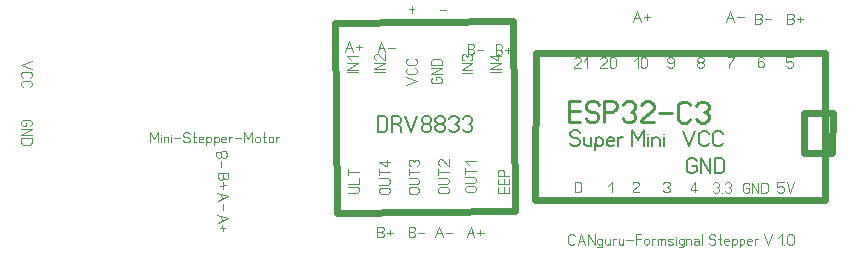
<source format=gbr>
%FSLAX34Y34*%
%MOMM*%
%LNSILK_TOP*%
G71*
G01*
%ADD10C,0.111*%
%ADD11C,0.600*%
%ADD12C,0.222*%
%ADD13C,0.167*%
%LPD*%
G54D10*
X286450Y104665D02*
X295325Y105146D01*
X295506Y101817D01*
X295023Y100456D01*
X293950Y99730D01*
X292840Y99670D01*
X291695Y100276D01*
X291068Y101577D01*
X290585Y100216D01*
X289512Y99490D01*
X288402Y99430D01*
X287257Y100035D01*
X286630Y101337D01*
X286450Y104665D01*
G54D10*
X290888Y104906D02*
X291068Y101577D01*
G54D10*
X290753Y97110D02*
X291042Y91784D01*
G54D10*
X293117Y94567D02*
X288679Y94327D01*
G54D10*
X284986Y122877D02*
X293862Y123358D01*
X294042Y120029D01*
X293559Y118668D01*
X292486Y117942D01*
X291376Y117882D01*
X290231Y118487D01*
X289604Y119789D01*
X289121Y118427D01*
X288048Y117702D01*
X286938Y117641D01*
X285793Y118247D01*
X285166Y119548D01*
X284986Y122877D01*
G54D10*
X289424Y123117D02*
X289604Y119789D01*
G54D10*
X289290Y115322D02*
X289578Y109996D01*
G54D10*
X286271Y88037D02*
X295327Y85189D01*
X286632Y81380D01*
G54D10*
X289672Y86886D02*
X289888Y82892D01*
G54D10*
X290647Y79150D02*
X290936Y73824D01*
G54D10*
X286160Y69762D02*
X295216Y66915D01*
X286520Y63106D01*
G54D10*
X289561Y68611D02*
X289777Y64617D01*
G54D10*
X290536Y60875D02*
X290824Y55549D01*
G54D10*
X292899Y58333D02*
X288461Y58092D01*
G54D10*
X588684Y46112D02*
X588017Y45001D01*
X586684Y44445D01*
X585350Y44445D01*
X584017Y45001D01*
X583350Y46112D01*
X583350Y51667D01*
X584017Y52778D01*
X585350Y53334D01*
X586684Y53334D01*
X588017Y52778D01*
X588684Y51667D01*
G54D10*
X591127Y44445D02*
X594461Y53334D01*
X597794Y44445D01*
G54D10*
X592461Y47778D02*
X596461Y47778D01*
G54D10*
X600238Y44445D02*
X600238Y53334D01*
X605572Y44445D01*
X605572Y53334D01*
G54D10*
X608015Y42778D02*
X609349Y42223D01*
X610282Y42223D01*
X611615Y42778D01*
X612015Y43890D01*
X612015Y49445D01*
G54D10*
X612015Y48001D02*
X611349Y49112D01*
X610015Y49445D01*
X608682Y49112D01*
X608015Y48001D01*
X608015Y45778D01*
X608682Y44667D01*
X610015Y44445D01*
X611349Y44667D01*
X612015Y45778D01*
G54D10*
X618459Y49445D02*
X618459Y44445D01*
G54D10*
X618459Y45556D02*
X617793Y44667D01*
X616459Y44445D01*
X615126Y44667D01*
X614459Y45556D01*
X614459Y49445D01*
G54D10*
X620903Y44445D02*
X620903Y49445D01*
G54D10*
X620903Y48334D02*
X622237Y49445D01*
X623570Y49445D01*
G54D10*
X630014Y49445D02*
X630014Y44445D01*
G54D10*
X630014Y45556D02*
X629348Y44667D01*
X628014Y44445D01*
X626681Y44667D01*
X626014Y45556D01*
X626014Y49445D01*
G54D10*
X632458Y48334D02*
X637792Y48334D01*
G54D10*
X640235Y44445D02*
X640235Y53334D01*
X644902Y53334D01*
G54D10*
X640235Y48890D02*
X644902Y48890D01*
G54D10*
X651346Y45778D02*
X651346Y48001D01*
X650680Y49112D01*
X649346Y49445D01*
X648013Y49112D01*
X647346Y48001D01*
X647346Y45778D01*
X648013Y44667D01*
X649346Y44445D01*
X650680Y44667D01*
X651346Y45778D01*
G54D10*
X653790Y44445D02*
X653790Y49445D01*
G54D10*
X653790Y48334D02*
X655124Y49445D01*
X656457Y49445D01*
G54D10*
X658901Y44445D02*
X658901Y49445D01*
G54D10*
X658901Y48556D02*
X660235Y49445D01*
X661568Y49112D01*
X662235Y48334D01*
X662235Y44445D01*
G54D10*
X662235Y48556D02*
X663568Y49445D01*
X664901Y49112D01*
X665568Y48334D01*
X665568Y44445D01*
G54D10*
X668012Y45001D02*
X669346Y44445D01*
X670679Y44445D01*
X672012Y45001D01*
X672012Y46112D01*
X671346Y46667D01*
X668679Y47223D01*
X668012Y47778D01*
X668012Y48890D01*
X669346Y49445D01*
X670679Y49445D01*
X672012Y48890D01*
G54D10*
X674456Y44445D02*
X674456Y49445D01*
G54D10*
X674456Y51112D02*
X674456Y51112D01*
G54D10*
X676900Y42778D02*
X678234Y42223D01*
X679167Y42223D01*
X680500Y42778D01*
X680900Y43890D01*
X680900Y49445D01*
G54D10*
X680900Y48001D02*
X680234Y49112D01*
X678900Y49445D01*
X677567Y49112D01*
X676900Y48001D01*
X676900Y45778D01*
X677567Y44667D01*
X678900Y44445D01*
X680234Y44667D01*
X680900Y45778D01*
G54D10*
X683344Y44445D02*
X683344Y49445D01*
G54D10*
X683344Y48334D02*
X684011Y49112D01*
X685344Y49445D01*
X686678Y49112D01*
X687344Y48334D01*
X687344Y44445D01*
G54D10*
X689788Y48890D02*
X691122Y49445D01*
X692722Y49445D01*
X693788Y48334D01*
X693788Y44445D01*
G54D10*
X693788Y46112D02*
X693122Y47223D01*
X691788Y47445D01*
X690455Y47223D01*
X689788Y46112D01*
X690055Y45001D01*
X691122Y44445D01*
X691788Y44445D01*
X692055Y44445D01*
X693122Y45001D01*
X693788Y46112D01*
G54D10*
X696232Y44445D02*
X696232Y53334D01*
G54D10*
X521772Y205068D02*
X521772Y213957D01*
X525106Y213957D01*
X526439Y213401D01*
X527106Y212290D01*
X527106Y211179D01*
X526439Y210068D01*
X525106Y209512D01*
X526439Y208957D01*
X527106Y207846D01*
X527106Y206735D01*
X526439Y205624D01*
X525106Y205068D01*
X521772Y205068D01*
G54D10*
X521772Y209512D02*
X525106Y209512D01*
G54D10*
X529549Y208957D02*
X534883Y208957D01*
G54D10*
X532216Y211179D02*
X532216Y206735D01*
G54D10*
X498353Y205558D02*
X498353Y214447D01*
X501686Y214447D01*
X503020Y213891D01*
X503686Y212780D01*
X503686Y211669D01*
X503020Y210558D01*
X501686Y210002D01*
X503020Y209447D01*
X503686Y208336D01*
X503686Y207225D01*
X503020Y206114D01*
X501686Y205558D01*
X498353Y205558D01*
G54D10*
X498353Y210002D02*
X501686Y210002D01*
G54D10*
X506130Y209447D02*
X511464Y209447D01*
G54D10*
X421838Y207353D02*
X425171Y216242D01*
X428504Y207353D01*
G54D10*
X423171Y210686D02*
X427171Y210686D01*
G54D10*
X430949Y211242D02*
X436282Y211242D01*
G54D10*
X394197Y207557D02*
X397530Y216446D01*
X400863Y207557D01*
G54D10*
X395530Y210890D02*
X399530Y210890D01*
G54D10*
X403308Y211446D02*
X408641Y211446D01*
G54D10*
X405974Y213668D02*
X405974Y209223D01*
G54D10*
X450841Y240890D02*
X450841Y246223D01*
G54D10*
X448619Y243557D02*
X453063Y243557D01*
G54D10*
X474730Y242779D02*
X480063Y242779D01*
G54D11*
X385723Y232011D02*
X536717Y233329D01*
X538117Y72835D01*
X387123Y71517D01*
X385723Y232011D01*
G54D10*
X397116Y88182D02*
X404338Y88182D01*
X405449Y88849D01*
X406005Y90182D01*
X406005Y91516D01*
X405449Y92849D01*
X404338Y93516D01*
X397116Y93516D01*
G54D10*
X397116Y95960D02*
X406005Y95960D01*
X406005Y100626D01*
G54D10*
X406005Y105737D02*
X397116Y105737D01*
G54D10*
X397116Y103070D02*
X397116Y108404D01*
G54D10*
X424790Y92743D02*
X430346Y92743D01*
X431457Y92076D01*
X432012Y90743D01*
X432012Y89409D01*
X431457Y88076D01*
X430346Y87409D01*
X424790Y87409D01*
X423679Y88076D01*
X423123Y89409D01*
X423123Y90743D01*
X423679Y92076D01*
X424790Y92743D01*
G54D10*
X423123Y95186D02*
X430346Y95186D01*
X431457Y95853D01*
X432012Y97186D01*
X432012Y98520D01*
X431457Y99853D01*
X430346Y100520D01*
X423123Y100520D01*
G54D10*
X432012Y105630D02*
X423123Y105630D01*
G54D10*
X423123Y102963D02*
X423123Y108297D01*
G54D10*
X432012Y114740D02*
X423123Y114740D01*
X428679Y110740D01*
X429790Y110740D01*
X429790Y116074D01*
G54D10*
X449789Y92961D02*
X455345Y92961D01*
X456456Y92294D01*
X457011Y90961D01*
X457011Y89628D01*
X456456Y88294D01*
X455345Y87628D01*
X449789Y87628D01*
X448678Y88294D01*
X448123Y89628D01*
X448123Y90961D01*
X448678Y92294D01*
X449789Y92961D01*
G54D10*
X448123Y95405D02*
X455345Y95405D01*
X456456Y96071D01*
X457011Y97405D01*
X457011Y98738D01*
X456456Y100071D01*
X455345Y100738D01*
X448123Y100738D01*
G54D10*
X457011Y105848D02*
X448123Y105848D01*
G54D10*
X448123Y103182D02*
X448123Y108515D01*
G54D10*
X449789Y110959D02*
X448678Y111625D01*
X448123Y112959D01*
X448123Y114292D01*
X448678Y115625D01*
X449789Y116292D01*
X450900Y116292D01*
X452011Y115625D01*
X452567Y114292D01*
X453123Y115625D01*
X454234Y116292D01*
X455345Y116292D01*
X456456Y115625D01*
X457011Y114292D01*
X457011Y112959D01*
X456456Y111625D01*
X455345Y110959D01*
G54D10*
X474788Y93179D02*
X480344Y93179D01*
X481455Y92512D01*
X482010Y91179D01*
X482010Y89846D01*
X481455Y88512D01*
X480344Y87846D01*
X474788Y87846D01*
X473677Y88512D01*
X473122Y89846D01*
X473122Y91179D01*
X473677Y92512D01*
X474788Y93179D01*
G54D10*
X473122Y95623D02*
X480344Y95623D01*
X481455Y96289D01*
X482010Y97623D01*
X482010Y98956D01*
X481455Y100289D01*
X480344Y100956D01*
X473122Y100956D01*
G54D10*
X482010Y106066D02*
X473122Y106066D01*
G54D10*
X473122Y103400D02*
X473122Y108733D01*
G54D10*
X482010Y116510D02*
X482010Y111177D01*
X481455Y111177D01*
X480344Y111843D01*
X477010Y115843D01*
X475899Y116510D01*
X474788Y116510D01*
X473677Y115843D01*
X473122Y114510D01*
X473122Y113177D01*
X473677Y111843D01*
X474788Y111177D01*
G54D10*
X497960Y94054D02*
X503516Y94054D01*
X504627Y93387D01*
X505183Y92054D01*
X505183Y90720D01*
X504627Y89387D01*
X503516Y88720D01*
X497960Y88720D01*
X496849Y89387D01*
X496294Y90720D01*
X496294Y92054D01*
X496849Y93387D01*
X497960Y94054D01*
G54D10*
X496294Y96498D02*
X503516Y96498D01*
X504627Y97164D01*
X505183Y98498D01*
X505183Y99831D01*
X504627Y101164D01*
X503516Y101831D01*
X496294Y101831D01*
G54D10*
X505183Y106941D02*
X496294Y106941D01*
G54D10*
X496294Y104274D02*
X496294Y109608D01*
G54D10*
X499627Y112052D02*
X496294Y115385D01*
X505183Y115385D01*
G54D10*
X533009Y92957D02*
X533009Y88291D01*
X524120Y88291D01*
X524120Y92957D01*
G54D10*
X528564Y88291D02*
X528564Y92957D01*
G54D10*
X533009Y100068D02*
X533009Y95402D01*
X524120Y95402D01*
X524120Y100068D01*
G54D10*
X528564Y95402D02*
X528564Y100068D01*
G54D10*
X533009Y102513D02*
X524120Y102513D01*
X524120Y105846D01*
X524675Y107179D01*
X525786Y107846D01*
X526897Y107846D01*
X528009Y107179D01*
X528564Y105846D01*
X528564Y102513D01*
G54D10*
X405010Y190178D02*
X396121Y190178D01*
G54D10*
X405010Y192622D02*
X396121Y192622D01*
X405010Y197955D01*
X396121Y197955D01*
G54D10*
X399454Y200399D02*
X396121Y203732D01*
X405010Y203732D01*
G54D10*
X428009Y190379D02*
X419120Y190379D01*
G54D10*
X428009Y192823D02*
X419120Y192823D01*
X428009Y198156D01*
X419120Y198156D01*
G54D10*
X428009Y205933D02*
X428009Y200600D01*
X427453Y200600D01*
X426342Y201267D01*
X423009Y205267D01*
X421898Y205933D01*
X420787Y205933D01*
X419676Y205267D01*
X419120Y203933D01*
X419120Y202600D01*
X419676Y201267D01*
X420787Y200600D01*
G54D10*
X502015Y190068D02*
X493126Y190068D01*
G54D10*
X502015Y192512D02*
X493126Y192512D01*
X502015Y197846D01*
X493126Y197846D01*
G54D10*
X494792Y200289D02*
X493681Y200956D01*
X493126Y202289D01*
X493126Y203623D01*
X493681Y204956D01*
X494792Y205623D01*
X495904Y205623D01*
X497015Y204956D01*
X497570Y203623D01*
X498126Y204956D01*
X499237Y205623D01*
X500348Y205623D01*
X501459Y204956D01*
X502015Y203623D01*
X502015Y202289D01*
X501459Y200956D01*
X500348Y200289D01*
G54D10*
X526014Y190278D02*
X517125Y190278D01*
G54D10*
X526014Y192722D02*
X517125Y192722D01*
X526014Y198055D01*
X517125Y198055D01*
G54D10*
X526014Y204499D02*
X517125Y204499D01*
X522680Y200499D01*
X523792Y200499D01*
X523792Y205832D01*
G54D10*
X446215Y179615D02*
X455104Y182948D01*
X446215Y186281D01*
G54D10*
X453437Y194059D02*
X454548Y193392D01*
X455104Y192059D01*
X455104Y190726D01*
X454548Y189392D01*
X453437Y188726D01*
X447882Y188726D01*
X446771Y189392D01*
X446215Y190726D01*
X446215Y192059D01*
X446771Y193392D01*
X447882Y194059D01*
G54D10*
X453437Y201836D02*
X454548Y201169D01*
X455104Y199836D01*
X455104Y198503D01*
X454548Y197169D01*
X453437Y196503D01*
X447882Y196503D01*
X446771Y197169D01*
X446215Y198503D01*
X446215Y199836D01*
X446771Y201169D01*
X447882Y201836D01*
G54D10*
X471650Y183508D02*
X471650Y186175D01*
X474428Y186175D01*
X475539Y185508D01*
X476094Y184175D01*
X476094Y182842D01*
X475539Y181508D01*
X474428Y180842D01*
X468872Y180842D01*
X467761Y181508D01*
X467205Y182842D01*
X467205Y184175D01*
X467761Y185508D01*
X468872Y186175D01*
G54D10*
X476094Y188619D02*
X467205Y188619D01*
X476094Y193952D01*
X467205Y193952D01*
G54D10*
X476094Y196396D02*
X467205Y196396D01*
X467205Y199729D01*
X467761Y201062D01*
X468872Y201729D01*
X474428Y201729D01*
X475539Y201062D01*
X476094Y199729D01*
X476094Y196396D01*
G54D10*
X765675Y97180D02*
X760342Y97180D01*
X760342Y93291D01*
X761008Y93291D01*
X762342Y93847D01*
X763675Y93847D01*
X765008Y93291D01*
X765675Y92180D01*
X765675Y89958D01*
X765008Y88847D01*
X763675Y88291D01*
X762342Y88291D01*
X761008Y88847D01*
X760342Y89958D01*
G54D10*
X768119Y97180D02*
X771452Y88291D01*
X774785Y97180D01*
G54D12*
X593313Y148242D02*
X583980Y148291D01*
X584073Y166068D01*
X593406Y166020D01*
G54D12*
X584027Y157180D02*
X593360Y157131D01*
G54D12*
X598219Y151550D02*
X599541Y149320D01*
X602202Y148196D01*
X604868Y148182D01*
X607541Y149279D01*
X608886Y151494D01*
X608897Y153716D01*
X607575Y155945D01*
X604915Y157070D01*
X602248Y157084D01*
X599588Y158209D01*
X598266Y160439D01*
X598277Y162661D01*
X599622Y164876D01*
X602295Y165973D01*
X604961Y165959D01*
X607622Y164834D01*
X608944Y162605D01*
G54D12*
X613758Y148135D02*
X613851Y165912D01*
X620517Y165878D01*
X623178Y164752D01*
X624500Y162523D01*
X624488Y160301D01*
X623143Y158086D01*
X620471Y156989D01*
X613804Y157024D01*
G54D12*
X629389Y162498D02*
X630734Y164713D01*
X633407Y165810D01*
X636073Y165796D01*
X638734Y164671D01*
X640056Y162442D01*
X640044Y160220D01*
X638699Y158004D01*
X636026Y156907D01*
X638687Y155782D01*
X640009Y153553D01*
X639997Y151331D01*
X638652Y149116D01*
X635980Y148019D01*
X633313Y148033D01*
X630652Y149158D01*
X629331Y151387D01*
G54D12*
X655536Y147916D02*
X644869Y147972D01*
X644875Y149083D01*
X646220Y151298D01*
X654254Y157923D01*
X655600Y160138D01*
X655611Y162361D01*
X654290Y164590D01*
X651629Y165715D01*
X648962Y165729D01*
X646289Y164631D01*
X644945Y162416D01*
G54D12*
X660466Y155668D02*
X671132Y155612D01*
G54D12*
X686665Y151087D02*
X685320Y148872D01*
X682647Y147774D01*
X679981Y147788D01*
X677320Y148913D01*
X675998Y151142D01*
X676056Y162253D01*
X677401Y164469D01*
X680073Y165566D01*
X682741Y165552D01*
X685401Y164427D01*
X686723Y162198D01*
G54D12*
X691612Y162172D02*
X692957Y164387D01*
X695630Y165484D01*
X698296Y165471D01*
X700957Y164345D01*
X702279Y162116D01*
X702267Y159894D01*
X700922Y157679D01*
X698250Y156582D01*
X700910Y155456D01*
X702232Y153227D01*
X702220Y151005D01*
X700876Y148790D01*
X698203Y147693D01*
X695536Y147707D01*
X692876Y148832D01*
X691554Y151061D01*
G54D13*
X585044Y130563D02*
X586036Y128891D01*
X588031Y128047D01*
X590032Y128037D01*
X592036Y128860D01*
X593044Y130521D01*
X593053Y132188D01*
X592062Y133860D01*
X590066Y134703D01*
X588066Y134714D01*
X586070Y135558D01*
X585079Y137229D01*
X585088Y138896D01*
X586097Y140558D01*
X588101Y141380D01*
X590101Y141370D01*
X592096Y140526D01*
X593088Y138854D01*
G54D13*
X602737Y135470D02*
X602698Y127971D01*
G54D13*
X602707Y129637D02*
X601700Y128309D01*
X599698Y127986D01*
X597700Y128330D01*
X596707Y129669D01*
X596737Y135502D01*
G54D13*
X606404Y135451D02*
X606347Y124618D01*
G54D13*
X606378Y130451D02*
X607367Y128279D01*
X609365Y127935D01*
X611366Y128258D01*
X612375Y129920D01*
X612393Y133253D01*
X611402Y134925D01*
X609404Y135436D01*
X607402Y134946D01*
X606391Y132951D01*
G54D13*
X622036Y128703D02*
X620432Y127878D01*
X618432Y127888D01*
X616436Y128732D01*
X616045Y130400D01*
X616060Y133234D01*
X617068Y134895D01*
X619071Y135385D01*
X621068Y134874D01*
X622062Y133703D01*
X622054Y132036D01*
X616054Y132067D01*
G54D13*
X625699Y127850D02*
X625738Y135350D01*
G54D13*
X625729Y133684D02*
X627738Y135340D01*
X629738Y135329D01*
G54D13*
X637232Y127790D02*
X637302Y141123D01*
X642258Y132763D01*
X647302Y141070D01*
X647232Y127737D01*
G54D13*
X650899Y127718D02*
X650939Y135218D01*
G54D13*
X650952Y137718D02*
X650952Y137718D01*
G54D13*
X654566Y127699D02*
X654606Y135199D01*
G54D13*
X654597Y133532D02*
X655603Y134694D01*
X657606Y135183D01*
X659603Y134672D01*
X660596Y133501D01*
X660566Y127668D01*
G54D13*
X664233Y127648D02*
X664273Y135148D01*
G54D13*
X664286Y137648D02*
X664286Y137648D01*
G54D10*
X733903Y92515D02*
X736569Y92515D01*
X736569Y89737D01*
X735903Y88626D01*
X734569Y88070D01*
X733236Y88070D01*
X731903Y88626D01*
X731236Y89737D01*
X731236Y95292D01*
X731903Y96403D01*
X733236Y96959D01*
X734569Y96959D01*
X735903Y96403D01*
X736569Y95292D01*
G54D10*
X739013Y88070D02*
X739013Y96959D01*
X744346Y88070D01*
X744346Y96959D01*
G54D10*
X746790Y88070D02*
X746790Y96959D01*
X750123Y96959D01*
X751457Y96403D01*
X752123Y95292D01*
X752123Y89737D01*
X751457Y88626D01*
X750123Y88070D01*
X746790Y88070D01*
G54D10*
X705739Y95544D02*
X706405Y96655D01*
X707739Y97210D01*
X709072Y97210D01*
X710405Y96655D01*
X711072Y95544D01*
X711072Y94433D01*
X710405Y93322D01*
X709072Y92766D01*
X710405Y92210D01*
X711072Y91099D01*
X711072Y89988D01*
X710405Y88877D01*
X709072Y88322D01*
X707739Y88322D01*
X706405Y88877D01*
X705739Y89988D01*
G54D10*
X713516Y88322D02*
X713516Y88322D01*
G54D10*
X715960Y95544D02*
X716626Y96655D01*
X717960Y97210D01*
X719293Y97210D01*
X720626Y96655D01*
X721293Y95544D01*
X721293Y94433D01*
X720626Y93322D01*
X719293Y92766D01*
X720626Y92210D01*
X721293Y91099D01*
X721293Y89988D01*
X720626Y88877D01*
X719293Y88322D01*
X717960Y88322D01*
X716626Y88877D01*
X715960Y89988D01*
G54D10*
X690818Y88771D02*
X690818Y97660D01*
X686818Y92104D01*
X686818Y90993D01*
X692151Y90993D01*
G54D10*
X663763Y96025D02*
X664430Y97136D01*
X665763Y97692D01*
X667097Y97692D01*
X668430Y97136D01*
X669097Y96025D01*
X669097Y94914D01*
X668430Y93803D01*
X667097Y93248D01*
X668430Y92692D01*
X669097Y91581D01*
X669097Y90470D01*
X668430Y89359D01*
X667097Y88803D01*
X665763Y88803D01*
X664430Y89359D01*
X663763Y90470D01*
G54D10*
X643200Y88803D02*
X637867Y88803D01*
X637867Y89359D01*
X638533Y90470D01*
X642533Y93803D01*
X643200Y94914D01*
X643200Y96025D01*
X642533Y97137D01*
X641200Y97692D01*
X639867Y97692D01*
X638533Y97137D01*
X637867Y96025D01*
G54D10*
X616866Y94370D02*
X620199Y97704D01*
X620199Y88815D01*
G54D10*
X588585Y96025D02*
X588585Y90470D01*
X589252Y89358D01*
X590585Y88803D01*
X591919Y88803D01*
X593252Y89358D01*
X593919Y90470D01*
X593919Y96025D01*
X593252Y97136D01*
X591919Y97692D01*
X590585Y97692D01*
X589252Y97136D01*
X588585Y96025D01*
G54D10*
X773280Y203040D02*
X767947Y203040D01*
X767947Y199151D01*
X768613Y199151D01*
X769947Y199707D01*
X771280Y199707D01*
X772613Y199151D01*
X773280Y198040D01*
X773280Y195818D01*
X772613Y194707D01*
X771280Y194151D01*
X769947Y194151D01*
X768613Y194707D01*
X767947Y195818D01*
G54D10*
X749115Y201706D02*
X748448Y202818D01*
X747115Y203373D01*
X745781Y203373D01*
X744448Y202818D01*
X743781Y201706D01*
X743781Y198929D01*
X743781Y198373D01*
X745781Y199484D01*
X747115Y199484D01*
X748448Y198929D01*
X749115Y197818D01*
X749115Y196151D01*
X748448Y195040D01*
X747115Y194484D01*
X745781Y194484D01*
X744448Y195040D01*
X743781Y196151D01*
X743781Y198929D01*
G54D10*
X718197Y203051D02*
X723530Y203051D01*
X722863Y201940D01*
X721530Y200273D01*
X720197Y198051D01*
X719530Y196385D01*
X719530Y194162D01*
G54D10*
X695907Y198636D02*
X694574Y198636D01*
X693240Y199192D01*
X692574Y200303D01*
X692574Y201414D01*
X693240Y202525D01*
X694574Y203081D01*
X695907Y203081D01*
X697240Y202525D01*
X697907Y201414D01*
X697907Y200303D01*
X697240Y199192D01*
X695907Y198636D01*
X697240Y198081D01*
X697907Y196969D01*
X697907Y195858D01*
X697240Y194747D01*
X695907Y194192D01*
X694574Y194192D01*
X693240Y194747D01*
X692574Y195858D01*
X692574Y196969D01*
X693240Y198081D01*
X694574Y198636D01*
G54D10*
X667142Y195859D02*
X667809Y194748D01*
X669142Y194192D01*
X670476Y194192D01*
X671809Y194748D01*
X672476Y195859D01*
X672476Y198637D01*
X672476Y199192D01*
X670476Y198081D01*
X669142Y198081D01*
X667809Y198637D01*
X667142Y199748D01*
X667142Y201414D01*
X667809Y202525D01*
X669142Y203081D01*
X670476Y203081D01*
X671809Y202525D01*
X672476Y201414D01*
X672476Y198637D01*
G54D10*
X638695Y199625D02*
X642028Y202958D01*
X642028Y194069D01*
G54D10*
X649805Y201291D02*
X649805Y195736D01*
X649139Y194625D01*
X647805Y194069D01*
X646472Y194069D01*
X645139Y194625D01*
X644472Y195736D01*
X644472Y201291D01*
X645139Y202403D01*
X646472Y202958D01*
X647805Y202958D01*
X649139Y202403D01*
X649805Y201291D01*
G54D10*
X615923Y194286D02*
X610590Y194286D01*
X610590Y194842D01*
X611257Y195953D01*
X615257Y199286D01*
X615923Y200397D01*
X615923Y201509D01*
X615257Y202620D01*
X613923Y203175D01*
X612590Y203175D01*
X611257Y202620D01*
X610590Y201509D01*
G54D10*
X623700Y201509D02*
X623700Y195953D01*
X623034Y194842D01*
X621700Y194286D01*
X620367Y194286D01*
X619034Y194842D01*
X618367Y195953D01*
X618367Y201509D01*
X619034Y202620D01*
X620367Y203175D01*
X621700Y203175D01*
X623034Y202620D01*
X623700Y201509D01*
G54D10*
X593788Y194286D02*
X588454Y194286D01*
X588454Y194842D01*
X589121Y195953D01*
X593121Y199286D01*
X593788Y200397D01*
X593788Y201509D01*
X593121Y202620D01*
X591788Y203175D01*
X590454Y203175D01*
X589121Y202620D01*
X588454Y201509D01*
G54D10*
X596231Y199842D02*
X599565Y203175D01*
X599565Y194286D01*
G54D10*
X768795Y231120D02*
X768795Y240009D01*
X772129Y240009D01*
X773462Y239453D01*
X774129Y238342D01*
X774129Y237231D01*
X773462Y236120D01*
X772129Y235564D01*
X773462Y235009D01*
X774129Y233898D01*
X774129Y232787D01*
X773462Y231676D01*
X772129Y231120D01*
X768795Y231120D01*
G54D10*
X768795Y235564D02*
X772129Y235564D01*
G54D10*
X776572Y235009D02*
X781906Y235009D01*
G54D10*
X779239Y237231D02*
X779239Y232787D01*
G54D10*
X717248Y233128D02*
X720581Y242017D01*
X723914Y233128D01*
G54D10*
X718581Y236461D02*
X722581Y236461D01*
G54D10*
X726358Y237017D02*
X731692Y237017D01*
G54D10*
X638149Y233128D02*
X641482Y242017D01*
X644816Y233128D01*
G54D10*
X639482Y236461D02*
X643482Y236461D01*
G54D10*
X647260Y237017D02*
X652593Y237017D01*
G54D10*
X649927Y239239D02*
X649927Y234794D01*
G54D11*
X801000Y82000D02*
X555000Y82000D01*
X556000Y207000D01*
X801000Y207000D01*
X801000Y82000D01*
G54D10*
X741795Y231120D02*
X741795Y240009D01*
X745129Y240009D01*
X746462Y239453D01*
X747129Y238342D01*
X747129Y237231D01*
X746462Y236120D01*
X745129Y235564D01*
X746462Y235009D01*
X747129Y233898D01*
X747129Y232787D01*
X746462Y231676D01*
X745129Y231120D01*
X741795Y231120D01*
G54D10*
X741795Y235564D02*
X745129Y235564D01*
G54D10*
X749572Y235009D02*
X754906Y235009D01*
G54D11*
X807121Y156007D02*
X807000Y122000D01*
X783000Y122000D01*
X783000Y156000D01*
X807000Y156000D01*
G54D10*
X702550Y46037D02*
X703217Y44926D01*
X704550Y44370D01*
X705884Y44370D01*
X707217Y44926D01*
X707884Y46037D01*
X707884Y47148D01*
X707217Y48259D01*
X705884Y48815D01*
X704550Y48815D01*
X703217Y49370D01*
X702550Y50481D01*
X702550Y51592D01*
X703217Y52703D01*
X704550Y53259D01*
X705884Y53259D01*
X707217Y52703D01*
X707884Y51592D01*
G54D10*
X711661Y53259D02*
X711661Y44926D01*
X712327Y44370D01*
X712994Y44592D01*
G54D10*
X710327Y49370D02*
X712994Y49370D01*
G54D10*
X719438Y44926D02*
X718372Y44370D01*
X717038Y44370D01*
X715705Y44926D01*
X715438Y46037D01*
X715438Y47926D01*
X716105Y49037D01*
X717438Y49370D01*
X718772Y49037D01*
X719438Y48259D01*
X719438Y47148D01*
X715438Y47148D01*
G54D10*
X721882Y49370D02*
X721882Y42148D01*
G54D10*
X721882Y46037D02*
X722549Y44592D01*
X723882Y44370D01*
X725216Y44592D01*
X725882Y45703D01*
X725882Y47926D01*
X725216Y49037D01*
X723882Y49370D01*
X722549Y49037D01*
X721882Y47703D01*
G54D10*
X728326Y49370D02*
X728326Y42148D01*
G54D10*
X728326Y46037D02*
X728993Y44592D01*
X730326Y44370D01*
X731660Y44592D01*
X732326Y45703D01*
X732326Y47926D01*
X731660Y49037D01*
X730326Y49370D01*
X728993Y49037D01*
X728326Y47703D01*
G54D10*
X738770Y44926D02*
X737704Y44370D01*
X736370Y44370D01*
X735037Y44926D01*
X734770Y46037D01*
X734770Y47926D01*
X735437Y49037D01*
X736770Y49370D01*
X738104Y49037D01*
X738770Y48259D01*
X738770Y47148D01*
X734770Y47148D01*
G54D10*
X741214Y44370D02*
X741214Y49370D01*
G54D10*
X741214Y48259D02*
X742548Y49370D01*
X743881Y49370D01*
G54D10*
X748902Y53259D02*
X752236Y44370D01*
X755569Y53259D01*
G54D10*
X760590Y49926D02*
X763924Y53259D01*
X763924Y44370D01*
G54D10*
X766367Y44370D02*
X766367Y44370D01*
G54D10*
X774145Y51592D02*
X774145Y46037D01*
X773478Y44926D01*
X772145Y44370D01*
X770811Y44370D01*
X769478Y44926D01*
X768811Y46037D01*
X768811Y51592D01*
X769478Y52703D01*
X770811Y53259D01*
X772145Y53259D01*
X773478Y52703D01*
X774145Y51592D01*
G54D13*
X680725Y140959D02*
X685725Y127626D01*
X690725Y140959D01*
G54D13*
X702392Y130126D02*
X701392Y128459D01*
X699392Y127626D01*
X697392Y127626D01*
X695392Y128459D01*
X694392Y130126D01*
X694392Y138459D01*
X695392Y140126D01*
X697392Y140959D01*
X699392Y140959D01*
X701392Y140126D01*
X702392Y138459D01*
G54D13*
X714059Y130126D02*
X713059Y128459D01*
X711059Y127626D01*
X709059Y127626D01*
X707059Y128459D01*
X706059Y130126D01*
X706059Y138459D01*
X707059Y140126D01*
X709059Y140959D01*
X711059Y140959D01*
X713059Y140126D01*
X714059Y138459D01*
G54D13*
X687952Y111302D02*
X691952Y111302D01*
X691952Y107136D01*
X690952Y105469D01*
X688952Y104636D01*
X686952Y104636D01*
X684952Y105469D01*
X683952Y107136D01*
X683952Y115469D01*
X684952Y117136D01*
X686952Y117969D01*
X688952Y117969D01*
X690952Y117136D01*
X691952Y115469D01*
G54D13*
X695619Y104636D02*
X695619Y117969D01*
X703619Y104636D01*
X703619Y117969D01*
G54D13*
X707286Y104636D02*
X707286Y117969D01*
X712286Y117969D01*
X714286Y117136D01*
X715286Y115469D01*
X715286Y107136D01*
X714286Y105469D01*
X712286Y104636D01*
X707286Y104636D01*
G54D10*
X128889Y200000D02*
X120000Y196667D01*
X128889Y193333D01*
G54D10*
X121667Y185556D02*
X120556Y186222D01*
X120000Y187556D01*
X120000Y188889D01*
X120556Y190222D01*
X121667Y190889D01*
X127222Y190889D01*
X128333Y190222D01*
X128889Y188889D01*
X128889Y187556D01*
X128333Y186222D01*
X127222Y185556D01*
G54D10*
X121667Y177779D02*
X120556Y178445D01*
X120000Y179779D01*
X120000Y181112D01*
X120556Y182445D01*
X121667Y183112D01*
X127222Y183112D01*
X128333Y182445D01*
X128889Y181112D01*
X128889Y179779D01*
X128333Y178445D01*
X127222Y177779D01*
G54D10*
X124444Y147333D02*
X124444Y144667D01*
X121667Y144667D01*
X120556Y145333D01*
X120000Y146667D01*
X120000Y148000D01*
X120556Y149333D01*
X121667Y150000D01*
X127222Y150000D01*
X128333Y149333D01*
X128889Y148000D01*
X128889Y146667D01*
X128333Y145333D01*
X127222Y144667D01*
G54D10*
X120000Y142223D02*
X128889Y142223D01*
X120000Y136890D01*
X128889Y136890D01*
G54D10*
X120000Y134446D02*
X128889Y134446D01*
X128889Y131113D01*
X128333Y129779D01*
X127222Y129113D01*
X121667Y129113D01*
X120556Y129779D01*
X120000Y131113D01*
X120000Y134446D01*
G54D13*
X422130Y139890D02*
X422130Y153223D01*
X427130Y153223D01*
X429130Y152390D01*
X430130Y150723D01*
X430130Y142390D01*
X429130Y140723D01*
X427130Y139890D01*
X422130Y139890D01*
G54D13*
X437797Y146557D02*
X440797Y144890D01*
X441797Y143223D01*
X441797Y139890D01*
G54D13*
X433797Y139890D02*
X433797Y153223D01*
X438797Y153223D01*
X440797Y152390D01*
X441797Y150723D01*
X441797Y149057D01*
X440797Y147390D01*
X438797Y146557D01*
X433797Y146557D01*
G54D13*
X445464Y153223D02*
X450464Y139890D01*
X455464Y153223D01*
G54D13*
X464131Y146557D02*
X462131Y146557D01*
X460131Y147390D01*
X459131Y149057D01*
X459131Y150723D01*
X460131Y152390D01*
X462131Y153223D01*
X464131Y153223D01*
X466131Y152390D01*
X467131Y150723D01*
X467131Y149057D01*
X466131Y147390D01*
X464131Y146557D01*
X466131Y145723D01*
X467131Y144057D01*
X467131Y142390D01*
X466131Y140723D01*
X464131Y139890D01*
X462131Y139890D01*
X460131Y140723D01*
X459131Y142390D01*
X459131Y144057D01*
X460131Y145723D01*
X462131Y146557D01*
G54D13*
X475798Y146557D02*
X473798Y146557D01*
X471798Y147390D01*
X470798Y149057D01*
X470798Y150723D01*
X471798Y152390D01*
X473798Y153223D01*
X475798Y153223D01*
X477798Y152390D01*
X478798Y150723D01*
X478798Y149057D01*
X477798Y147390D01*
X475798Y146557D01*
X477798Y145723D01*
X478798Y144057D01*
X478798Y142390D01*
X477798Y140723D01*
X475798Y139890D01*
X473798Y139890D01*
X471798Y140723D01*
X470798Y142390D01*
X470798Y144057D01*
X471798Y145723D01*
X473798Y146557D01*
G54D13*
X482465Y150723D02*
X483465Y152390D01*
X485465Y153223D01*
X487465Y153223D01*
X489465Y152390D01*
X490465Y150723D01*
X490465Y149057D01*
X489465Y147390D01*
X487465Y146557D01*
X489465Y145723D01*
X490465Y144057D01*
X490465Y142390D01*
X489465Y140723D01*
X487465Y139890D01*
X485465Y139890D01*
X483465Y140723D01*
X482465Y142390D01*
G54D13*
X494132Y150723D02*
X495132Y152390D01*
X497132Y153223D01*
X499132Y153223D01*
X501132Y152390D01*
X502132Y150723D01*
X502132Y149057D01*
X501132Y147390D01*
X499132Y146557D01*
X501132Y145723D01*
X502132Y144057D01*
X502132Y142390D01*
X501132Y140723D01*
X499132Y139890D01*
X497132Y139890D01*
X495132Y140723D01*
X494132Y142390D01*
G54D10*
X229200Y130900D02*
X229200Y139789D01*
X232533Y134233D01*
X235867Y139789D01*
X235867Y130900D01*
G54D10*
X238311Y130900D02*
X238311Y135900D01*
G54D10*
X238311Y137567D02*
X238311Y137567D01*
G54D10*
X240755Y130900D02*
X240755Y135900D01*
G54D10*
X240755Y134789D02*
X241422Y135567D01*
X242755Y135900D01*
X244088Y135567D01*
X244755Y134789D01*
X244755Y130900D01*
G54D10*
X247199Y130900D02*
X247199Y135900D01*
G54D10*
X247199Y137567D02*
X247199Y137567D01*
G54D10*
X249643Y134789D02*
X254976Y134789D01*
G54D10*
X257420Y132567D02*
X258087Y131456D01*
X259420Y130900D01*
X260753Y130900D01*
X262087Y131456D01*
X262753Y132567D01*
X262753Y133678D01*
X262087Y134789D01*
X260753Y135344D01*
X259420Y135344D01*
X258087Y135900D01*
X257420Y137011D01*
X257420Y138122D01*
X258087Y139233D01*
X259420Y139789D01*
X260753Y139789D01*
X262087Y139233D01*
X262753Y138122D01*
G54D10*
X266530Y139789D02*
X266530Y131456D01*
X267197Y130900D01*
X267864Y131122D01*
G54D10*
X265197Y135900D02*
X267864Y135900D01*
G54D10*
X274308Y131456D02*
X273241Y130900D01*
X271908Y130900D01*
X270575Y131456D01*
X270308Y132567D01*
X270308Y134456D01*
X270975Y135567D01*
X272308Y135900D01*
X273641Y135567D01*
X274308Y134789D01*
X274308Y133678D01*
X270308Y133678D01*
G54D10*
X276752Y135900D02*
X276752Y128678D01*
G54D10*
X276752Y132567D02*
X277419Y131122D01*
X278752Y130900D01*
X280085Y131122D01*
X280752Y132233D01*
X280752Y134456D01*
X280085Y135567D01*
X278752Y135900D01*
X277419Y135567D01*
X276752Y134233D01*
G54D10*
X283196Y135900D02*
X283196Y128678D01*
G54D10*
X283196Y132567D02*
X283863Y131122D01*
X285196Y130900D01*
X286529Y131122D01*
X287196Y132233D01*
X287196Y134456D01*
X286529Y135567D01*
X285196Y135900D01*
X283863Y135567D01*
X283196Y134233D01*
G54D10*
X293640Y131456D02*
X292573Y130900D01*
X291240Y130900D01*
X289907Y131456D01*
X289640Y132567D01*
X289640Y134456D01*
X290307Y135567D01*
X291640Y135900D01*
X292973Y135567D01*
X293640Y134789D01*
X293640Y133678D01*
X289640Y133678D01*
G54D10*
X296084Y130900D02*
X296084Y135900D01*
G54D10*
X296084Y134789D02*
X297417Y135900D01*
X298751Y135900D01*
G54D10*
X301195Y134789D02*
X306528Y134789D01*
G54D10*
X308972Y130900D02*
X308972Y139789D01*
X312305Y134233D01*
X315639Y139789D01*
X315639Y130900D01*
G54D10*
X322083Y132233D02*
X322083Y134456D01*
X321416Y135567D01*
X320083Y135900D01*
X318750Y135567D01*
X318083Y134456D01*
X318083Y132233D01*
X318750Y131122D01*
X320083Y130900D01*
X321416Y131122D01*
X322083Y132233D01*
G54D10*
X325860Y139789D02*
X325860Y131456D01*
X326527Y130900D01*
X327194Y131122D01*
G54D10*
X324527Y135900D02*
X327194Y135900D01*
G54D10*
X333638Y132233D02*
X333638Y134456D01*
X332971Y135567D01*
X331638Y135900D01*
X330305Y135567D01*
X329638Y134456D01*
X329638Y132233D01*
X330305Y131122D01*
X331638Y130900D01*
X332971Y131122D01*
X333638Y132233D01*
G54D10*
X336082Y130900D02*
X336082Y135900D01*
G54D10*
X336082Y134789D02*
X337415Y135900D01*
X338749Y135900D01*
G54D10*
X448353Y50565D02*
X448353Y59454D01*
X451686Y59454D01*
X453020Y58898D01*
X453686Y57787D01*
X453686Y56676D01*
X453020Y55565D01*
X451686Y55010D01*
X453020Y54454D01*
X453686Y53343D01*
X453686Y52232D01*
X453020Y51121D01*
X451686Y50565D01*
X448353Y50565D01*
G54D10*
X448353Y55010D02*
X451686Y55010D01*
G54D10*
X456130Y54454D02*
X461464Y54454D01*
G54D10*
X470838Y50557D02*
X474171Y59446D01*
X477504Y50557D01*
G54D10*
X472171Y53890D02*
X476171Y53890D01*
G54D10*
X479949Y54446D02*
X485282Y54446D01*
G54D10*
X497197Y50557D02*
X500530Y59446D01*
X503863Y50557D01*
G54D10*
X498530Y53890D02*
X502530Y53890D01*
G54D10*
X506308Y54446D02*
X511641Y54446D01*
G54D10*
X508974Y56668D02*
X508974Y52223D01*
G54D10*
X421772Y50565D02*
X421772Y59454D01*
X425106Y59454D01*
X426439Y58898D01*
X427106Y57787D01*
X427106Y56676D01*
X426439Y55565D01*
X425106Y55009D01*
X426439Y54454D01*
X427106Y53343D01*
X427106Y52232D01*
X426439Y51121D01*
X425106Y50565D01*
X421772Y50565D01*
G54D10*
X421772Y55009D02*
X425106Y55009D01*
G54D10*
X429549Y54454D02*
X434883Y54454D01*
G54D10*
X432216Y56676D02*
X432216Y52232D01*
M02*

</source>
